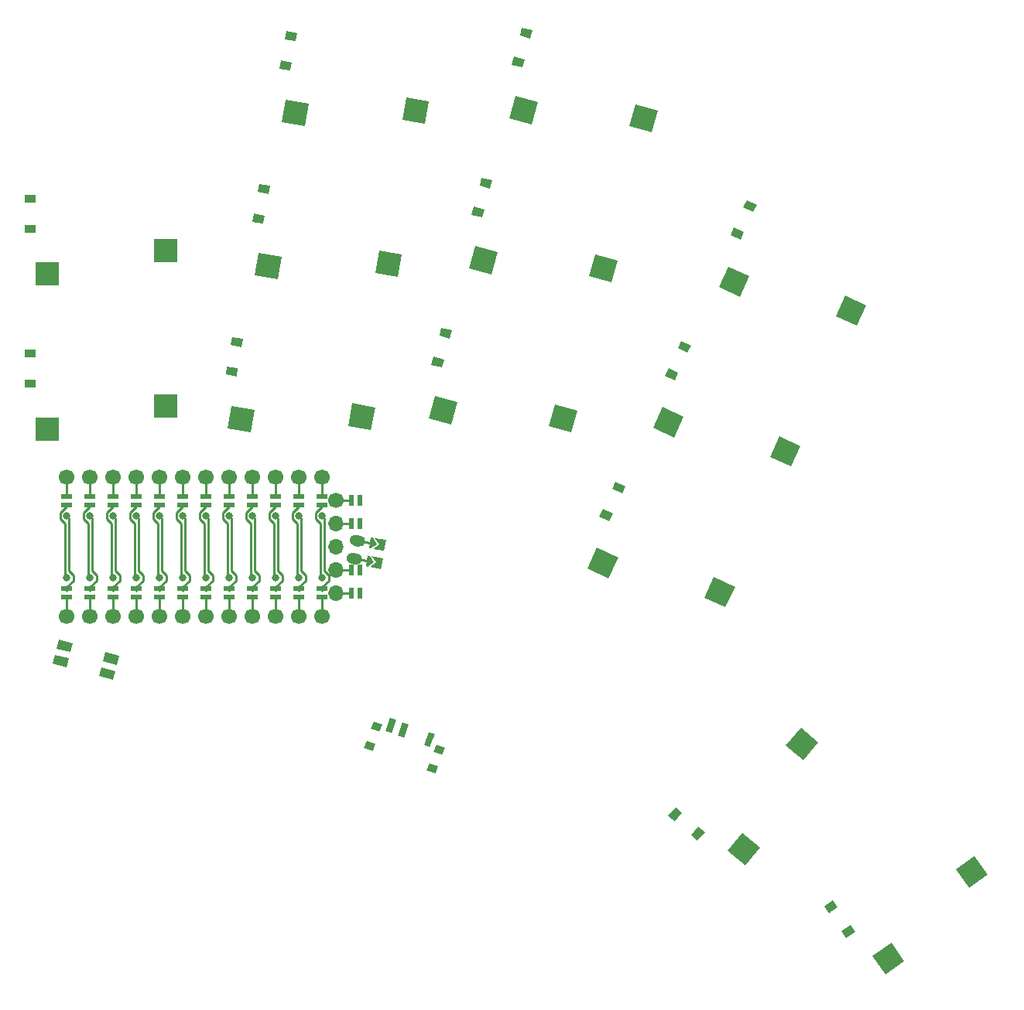
<source format=gbl>
G04 #@! TF.GenerationSoftware,KiCad,Pcbnew,8.0.8+1*
G04 #@! TF.CreationDate,2025-05-19T02:25:48+00:00*
G04 #@! TF.ProjectId,mearchlar_wireless,6d656172-6368-46c6-9172-5f776972656c,0.2*
G04 #@! TF.SameCoordinates,Original*
G04 #@! TF.FileFunction,Copper,L2,Bot*
G04 #@! TF.FilePolarity,Positive*
%FSLAX46Y46*%
G04 Gerber Fmt 4.6, Leading zero omitted, Abs format (unit mm)*
G04 Created by KiCad (PCBNEW 8.0.8+1) date 2025-05-19 02:25:48*
%MOMM*%
%LPD*%
G01*
G04 APERTURE LIST*
G04 #@! TA.AperFunction,SMDPad,CuDef*
%ADD10R,2.550000X2.500000*%
G04 #@! TD*
G04 #@! TA.AperFunction,SMDPad,CuDef*
%ADD11R,1.200000X0.900000*%
G04 #@! TD*
G04 #@! TA.AperFunction,ComponentPad*
%ADD12C,1.700000*%
G04 #@! TD*
G04 #@! TA.AperFunction,ComponentPad*
%ADD13C,0.800000*%
G04 #@! TD*
G04 #@! TA.AperFunction,SMDPad,CuDef*
%ADD14R,1.200000X0.600000*%
G04 #@! TD*
G04 #@! TA.AperFunction,SMDPad,CuDef*
%ADD15R,0.600000X1.200000*%
G04 #@! TD*
G04 #@! TA.AperFunction,ComponentPad*
%ADD16O,1.700000X1.700000*%
G04 #@! TD*
G04 #@! TA.AperFunction,Conductor*
%ADD17C,0.250000*%
G04 #@! TD*
G04 APERTURE END LIST*
D10*
X107085000Y-85540000D03*
X94158000Y-88080000D03*
X107085000Y-68540000D03*
X94158000Y-71080000D03*
G04 #@! TA.AperFunction,SMDPad,CuDef*
G36*
X130008987Y-85722101D02*
G01*
X129574867Y-88184120D01*
X127063607Y-87741317D01*
X127497727Y-85279298D01*
X130008987Y-85722101D01*
G37*
G04 #@! TD.AperFunction*
G04 #@! TA.AperFunction,SMDPad,CuDef*
G36*
X116837310Y-85978763D02*
G01*
X116403190Y-88440782D01*
X113891930Y-87997979D01*
X114326050Y-85535960D01*
X116837310Y-85978763D01*
G37*
G04 #@! TD.AperFunction*
G04 #@! TA.AperFunction,SMDPad,CuDef*
G36*
X132961006Y-68980369D02*
G01*
X132526886Y-71442388D01*
X130015626Y-70999585D01*
X130449746Y-68537566D01*
X132961006Y-68980369D01*
G37*
G04 #@! TD.AperFunction*
G04 #@! TA.AperFunction,SMDPad,CuDef*
G36*
X119789329Y-69237031D02*
G01*
X119355209Y-71699050D01*
X116843949Y-71256247D01*
X117278069Y-68794228D01*
X119789329Y-69237031D01*
G37*
G04 #@! TD.AperFunction*
G04 #@! TA.AperFunction,SMDPad,CuDef*
G36*
X135913025Y-52238637D02*
G01*
X135478905Y-54700656D01*
X132967645Y-54257853D01*
X133401765Y-51795834D01*
X135913025Y-52238637D01*
G37*
G04 #@! TD.AperFunction*
G04 #@! TA.AperFunction,SMDPad,CuDef*
G36*
X122741348Y-52495299D02*
G01*
X122307228Y-54957318D01*
X119795968Y-54514515D01*
X120230088Y-52052496D01*
X122741348Y-52495299D01*
G37*
G04 #@! TD.AperFunction*
G04 #@! TA.AperFunction,SMDPad,CuDef*
G36*
X152145038Y-86044599D02*
G01*
X151497991Y-88459414D01*
X149034880Y-87799425D01*
X149681927Y-85384610D01*
X152145038Y-86044599D01*
G37*
G04 #@! TD.AperFunction*
G04 #@! TA.AperFunction,SMDPad,CuDef*
G36*
X139001115Y-85152296D02*
G01*
X138354068Y-87567111D01*
X135890957Y-86907122D01*
X136538004Y-84492307D01*
X139001115Y-85152296D01*
G37*
G04 #@! TD.AperFunction*
G04 #@! TA.AperFunction,SMDPad,CuDef*
G36*
X156544962Y-69623860D02*
G01*
X155897915Y-72038675D01*
X153434804Y-71378686D01*
X154081851Y-68963871D01*
X156544962Y-69623860D01*
G37*
G04 #@! TD.AperFunction*
G04 #@! TA.AperFunction,SMDPad,CuDef*
G36*
X143401039Y-68731557D02*
G01*
X142753992Y-71146372D01*
X140290881Y-70486383D01*
X140937928Y-68071568D01*
X143401039Y-68731557D01*
G37*
G04 #@! TD.AperFunction*
G04 #@! TA.AperFunction,SMDPad,CuDef*
G36*
X160944886Y-53203121D02*
G01*
X160297839Y-55617936D01*
X157834728Y-54957947D01*
X158481775Y-52543132D01*
X160944886Y-53203121D01*
G37*
G04 #@! TD.AperFunction*
G04 #@! TA.AperFunction,SMDPad,CuDef*
G36*
X147800963Y-52310818D02*
G01*
X147153916Y-54725633D01*
X144690805Y-54065644D01*
X145337852Y-51650829D01*
X147800963Y-52310818D01*
G37*
G04 #@! TD.AperFunction*
G04 #@! TA.AperFunction,SMDPad,CuDef*
G36*
X169385756Y-105346626D02*
G01*
X168329211Y-107612395D01*
X166018126Y-106534718D01*
X167074671Y-104268949D01*
X169385756Y-105346626D01*
G37*
G04 #@! TD.AperFunction*
G04 #@! TA.AperFunction,SMDPad,CuDef*
G36*
X156596465Y-102185462D02*
G01*
X155539920Y-104451231D01*
X153228835Y-103373554D01*
X154285380Y-101107785D01*
X156596465Y-102185462D01*
G37*
G04 #@! TD.AperFunction*
G04 #@! TA.AperFunction,SMDPad,CuDef*
G36*
X176570266Y-89939394D02*
G01*
X175513721Y-92205163D01*
X173202636Y-91127486D01*
X174259181Y-88861717D01*
X176570266Y-89939394D01*
G37*
G04 #@! TD.AperFunction*
G04 #@! TA.AperFunction,SMDPad,CuDef*
G36*
X163780975Y-86778230D02*
G01*
X162724430Y-89043999D01*
X160413345Y-87966322D01*
X161469890Y-85700553D01*
X163780975Y-86778230D01*
G37*
G04 #@! TD.AperFunction*
G04 #@! TA.AperFunction,SMDPad,CuDef*
G36*
X183754777Y-74532161D02*
G01*
X182698232Y-76797930D01*
X180387147Y-75720253D01*
X181443692Y-73454484D01*
X183754777Y-74532161D01*
G37*
G04 #@! TD.AperFunction*
G04 #@! TA.AperFunction,SMDPad,CuDef*
G36*
X170965486Y-71370997D02*
G01*
X169908941Y-73636766D01*
X167597856Y-72559089D01*
X168654401Y-70293320D01*
X170965486Y-71370997D01*
G37*
G04 #@! TD.AperFunction*
G04 #@! TA.AperFunction,SMDPad,CuDef*
G36*
X176577278Y-120802750D02*
G01*
X178492389Y-122409719D01*
X176853280Y-124363132D01*
X174938169Y-122756163D01*
X176577278Y-120802750D01*
G37*
G04 #@! TD.AperFunction*
G04 #@! TA.AperFunction,SMDPad,CuDef*
G36*
X170213716Y-132338087D02*
G01*
X172128827Y-133945056D01*
X170489718Y-135898469D01*
X168574607Y-134291500D01*
X170213716Y-132338087D01*
G37*
G04 #@! TD.AperFunction*
G04 #@! TA.AperFunction,SMDPad,CuDef*
G36*
X195609007Y-134809896D02*
G01*
X197042948Y-136857776D01*
X194954111Y-138320396D01*
X193520170Y-136272516D01*
X195609007Y-134809896D01*
G37*
G04 #@! TD.AperFunction*
G04 #@! TA.AperFunction,SMDPad,CuDef*
G36*
X186476713Y-144305165D02*
G01*
X187910654Y-146353045D01*
X185821817Y-147815665D01*
X184387876Y-145767785D01*
X186476713Y-144305165D01*
G37*
G04 #@! TD.AperFunction*
D11*
X92250000Y-83150000D03*
X92250000Y-79850000D03*
X92250000Y-66150000D03*
X92250000Y-62850000D03*
G04 #@! TA.AperFunction,SMDPad,CuDef*
G36*
X113828950Y-81254596D02*
G01*
X115010719Y-81462973D01*
X114854436Y-82349300D01*
X113672667Y-82140923D01*
X113828950Y-81254596D01*
G37*
G04 #@! TD.AperFunction*
G04 #@! TA.AperFunction,SMDPad,CuDef*
G36*
X114401988Y-78004730D02*
G01*
X115583757Y-78213107D01*
X115427474Y-79099434D01*
X114245705Y-78891057D01*
X114401988Y-78004730D01*
G37*
G04 #@! TD.AperFunction*
G04 #@! TA.AperFunction,SMDPad,CuDef*
G36*
X116780969Y-64512864D02*
G01*
X117962738Y-64721241D01*
X117806455Y-65607568D01*
X116624686Y-65399191D01*
X116780969Y-64512864D01*
G37*
G04 #@! TD.AperFunction*
G04 #@! TA.AperFunction,SMDPad,CuDef*
G36*
X117354007Y-61262998D02*
G01*
X118535776Y-61471375D01*
X118379493Y-62357702D01*
X117197724Y-62149325D01*
X117354007Y-61262998D01*
G37*
G04 #@! TD.AperFunction*
G04 #@! TA.AperFunction,SMDPad,CuDef*
G36*
X119732988Y-47771132D02*
G01*
X120914757Y-47979509D01*
X120758474Y-48865836D01*
X119576705Y-48657459D01*
X119732988Y-47771132D01*
G37*
G04 #@! TD.AperFunction*
G04 #@! TA.AperFunction,SMDPad,CuDef*
G36*
X120306026Y-44521266D02*
G01*
X121487795Y-44729643D01*
X121331512Y-45615970D01*
X120149743Y-45407593D01*
X120306026Y-44521266D01*
G37*
G04 #@! TD.AperFunction*
G04 #@! TA.AperFunction,SMDPad,CuDef*
G36*
X136415941Y-80183911D02*
G01*
X137575052Y-80494494D01*
X137342115Y-81363827D01*
X136183004Y-81053244D01*
X136415941Y-80183911D01*
G37*
G04 #@! TD.AperFunction*
G04 #@! TA.AperFunction,SMDPad,CuDef*
G36*
X137270043Y-76996355D02*
G01*
X138429154Y-77306938D01*
X138196217Y-78176271D01*
X137037106Y-77865688D01*
X137270043Y-76996355D01*
G37*
G04 #@! TD.AperFunction*
G04 #@! TA.AperFunction,SMDPad,CuDef*
G36*
X140815865Y-63763172D02*
G01*
X141974976Y-64073755D01*
X141742039Y-64943088D01*
X140582928Y-64632505D01*
X140815865Y-63763172D01*
G37*
G04 #@! TD.AperFunction*
G04 #@! TA.AperFunction,SMDPad,CuDef*
G36*
X141669967Y-60575616D02*
G01*
X142829078Y-60886199D01*
X142596141Y-61755532D01*
X141437030Y-61444949D01*
X141669967Y-60575616D01*
G37*
G04 #@! TD.AperFunction*
G04 #@! TA.AperFunction,SMDPad,CuDef*
G36*
X145215788Y-47342433D02*
G01*
X146374899Y-47653016D01*
X146141962Y-48522349D01*
X144982851Y-48211766D01*
X145215788Y-47342433D01*
G37*
G04 #@! TD.AperFunction*
G04 #@! TA.AperFunction,SMDPad,CuDef*
G36*
X146069890Y-44154877D02*
G01*
X147229001Y-44465460D01*
X146996064Y-45334793D01*
X145836953Y-45024210D01*
X146069890Y-44154877D01*
G37*
G04 #@! TD.AperFunction*
G04 #@! TA.AperFunction,SMDPad,CuDef*
G36*
X154913317Y-96843646D02*
G01*
X156000886Y-97350787D01*
X155620529Y-98166464D01*
X154532960Y-97659323D01*
X154913317Y-96843646D01*
G37*
G04 #@! TD.AperFunction*
G04 #@! TA.AperFunction,SMDPad,CuDef*
G36*
X156307957Y-93852830D02*
G01*
X157395526Y-94359971D01*
X157015169Y-95175648D01*
X155927600Y-94668507D01*
X156307957Y-93852830D01*
G37*
G04 #@! TD.AperFunction*
G04 #@! TA.AperFunction,SMDPad,CuDef*
G36*
X162097827Y-81436414D02*
G01*
X163185396Y-81943555D01*
X162805039Y-82759232D01*
X161717470Y-82252091D01*
X162097827Y-81436414D01*
G37*
G04 #@! TD.AperFunction*
G04 #@! TA.AperFunction,SMDPad,CuDef*
G36*
X163492467Y-78445598D02*
G01*
X164580036Y-78952739D01*
X164199679Y-79768416D01*
X163112110Y-79261275D01*
X163492467Y-78445598D01*
G37*
G04 #@! TD.AperFunction*
G04 #@! TA.AperFunction,SMDPad,CuDef*
G36*
X169282338Y-66029181D02*
G01*
X170369907Y-66536322D01*
X169989550Y-67351999D01*
X168901981Y-66844858D01*
X169282338Y-66029181D01*
G37*
G04 #@! TD.AperFunction*
G04 #@! TA.AperFunction,SMDPad,CuDef*
G36*
X170676978Y-63038365D02*
G01*
X171764547Y-63545506D01*
X171384190Y-64361183D01*
X170296621Y-63854042D01*
X170676978Y-63038365D01*
G37*
G04 #@! TD.AperFunction*
G04 #@! TA.AperFunction,SMDPad,CuDef*
G36*
X164618285Y-132581320D02*
G01*
X165389631Y-131662067D01*
X166079071Y-132240576D01*
X165307725Y-133159829D01*
X164618285Y-132581320D01*
G37*
G04 #@! TD.AperFunction*
G04 #@! TA.AperFunction,SMDPad,CuDef*
G36*
X162090339Y-130460120D02*
G01*
X162861685Y-129540867D01*
X163551125Y-130119376D01*
X162779779Y-131038629D01*
X162090339Y-130460120D01*
G37*
G04 #@! TD.AperFunction*
G04 #@! TA.AperFunction,SMDPad,CuDef*
G36*
X181008990Y-143091906D02*
G01*
X181991973Y-142403615D01*
X182508192Y-143140852D01*
X181525209Y-143829143D01*
X181008990Y-143091906D01*
G37*
G04 #@! TD.AperFunction*
G04 #@! TA.AperFunction,SMDPad,CuDef*
G36*
X179116188Y-140388704D02*
G01*
X180099171Y-139700413D01*
X180615390Y-140437650D01*
X179632407Y-141125941D01*
X179116188Y-140388704D01*
G37*
G04 #@! TD.AperFunction*
D12*
X96300000Y-108620000D03*
X96300000Y-93380000D03*
D13*
X96300000Y-104400000D03*
X96300000Y-97600000D03*
D14*
X96300000Y-106480000D03*
X96300000Y-105580000D03*
X96300000Y-96420000D03*
X96300000Y-95520000D03*
D12*
X98840000Y-108620000D03*
X98840000Y-93380000D03*
D13*
X98840000Y-104400000D03*
X98840000Y-97600000D03*
D14*
X98840000Y-106480000D03*
X98840000Y-105580000D03*
X98840000Y-96420000D03*
X98840000Y-95520000D03*
D12*
X101380000Y-108620000D03*
X101380000Y-93380000D03*
D13*
X101380000Y-104400000D03*
X101380000Y-97600000D03*
D14*
X101380000Y-106480000D03*
X101380000Y-105580000D03*
X101380000Y-96420000D03*
X101380000Y-95520000D03*
D12*
X103920000Y-108620000D03*
X103920000Y-93380000D03*
D13*
X103920000Y-104400000D03*
X103920000Y-97600000D03*
D14*
X103920000Y-106480000D03*
X103920000Y-105580000D03*
X103920000Y-96420000D03*
X103920000Y-95520000D03*
D12*
X106460000Y-108620000D03*
X106460000Y-93380000D03*
D13*
X106460000Y-104400000D03*
X106460000Y-97600000D03*
D14*
X106460000Y-106480000D03*
X106460000Y-105580000D03*
X106460000Y-96420000D03*
X106460000Y-95520000D03*
D12*
X109000000Y-108620000D03*
X109000000Y-93380000D03*
D13*
X109000000Y-104400000D03*
X109000000Y-97600000D03*
D14*
X109000000Y-106480000D03*
X109000000Y-105580000D03*
X109000000Y-96420000D03*
X109000000Y-95520000D03*
D12*
X111540000Y-108620000D03*
X111540000Y-93380000D03*
D13*
X111540000Y-104400000D03*
X111540000Y-97600000D03*
D14*
X111540000Y-106480000D03*
X111540000Y-105580000D03*
X111540000Y-96420000D03*
X111540000Y-95520000D03*
D12*
X114080000Y-108620000D03*
X114080000Y-93380000D03*
D13*
X114080000Y-104400000D03*
X114080000Y-97600000D03*
D14*
X114080000Y-106480000D03*
X114080000Y-105580000D03*
X114080000Y-96420000D03*
X114080000Y-95520000D03*
D12*
X116620000Y-108620000D03*
X116620000Y-93380000D03*
D13*
X116620000Y-104400000D03*
X116620000Y-97600000D03*
D14*
X116620000Y-106480000D03*
X116620000Y-105580000D03*
X116620000Y-96420000D03*
X116620000Y-95520000D03*
D12*
X119160000Y-108620000D03*
X119160000Y-93380000D03*
D13*
X119160000Y-104400000D03*
X119160000Y-97600000D03*
D14*
X119160000Y-106480000D03*
X119160000Y-105580000D03*
X119160000Y-96420000D03*
X119160000Y-95520000D03*
D12*
X121700000Y-108620000D03*
X121700000Y-93380000D03*
D13*
X121700000Y-104400000D03*
X121700000Y-97600000D03*
D14*
X121700000Y-106480000D03*
X121700000Y-105580000D03*
X121700000Y-96420000D03*
X121700000Y-95520000D03*
D12*
X124240000Y-108620000D03*
X124240000Y-93380000D03*
D13*
X124240000Y-104400000D03*
X124240000Y-97600000D03*
D14*
X124240000Y-106480000D03*
X124240000Y-105580000D03*
X124240000Y-96420000D03*
X124240000Y-95520000D03*
D15*
X127450000Y-95920000D03*
X127450000Y-98460000D03*
X127450000Y-103540000D03*
X127450000Y-106080000D03*
X128350000Y-95920000D03*
X128350000Y-98460000D03*
X128350000Y-103540000D03*
X128350000Y-106080000D03*
D16*
X125700000Y-106080000D03*
X125700000Y-103540000D03*
X125700000Y-101000000D03*
X125700000Y-98460000D03*
D12*
X125700000Y-95920000D03*
G04 #@! TA.AperFunction,SMDPad,CuDef*
G36*
X137639722Y-122981417D02*
G01*
X137366106Y-123733171D01*
X136426414Y-123391151D01*
X136700030Y-122639397D01*
X137639722Y-122981417D01*
G37*
G04 #@! TD.AperFunction*
G04 #@! TA.AperFunction,SMDPad,CuDef*
G36*
X136883857Y-125058138D02*
G01*
X136610241Y-125809892D01*
X135670549Y-125467872D01*
X135944165Y-124716118D01*
X136883857Y-125058138D01*
G37*
G04 #@! TD.AperFunction*
G04 #@! TA.AperFunction,SMDPad,CuDef*
G36*
X130779966Y-120484670D02*
G01*
X130506350Y-121236424D01*
X129566658Y-120894404D01*
X129840274Y-120142650D01*
X130779966Y-120484670D01*
G37*
G04 #@! TD.AperFunction*
G04 #@! TA.AperFunction,SMDPad,CuDef*
G36*
X130024101Y-122561391D02*
G01*
X129750485Y-123313145D01*
X128810793Y-122971125D01*
X129084409Y-122219371D01*
X130024101Y-122561391D01*
G37*
G04 #@! TD.AperFunction*
G04 #@! TA.AperFunction,SMDPad,CuDef*
G36*
X136525219Y-121511594D02*
G01*
X136012188Y-122921133D01*
X135354403Y-122681718D01*
X135867434Y-121272179D01*
X136525219Y-121511594D01*
G37*
G04 #@! TD.AperFunction*
G04 #@! TA.AperFunction,SMDPad,CuDef*
G36*
X133706141Y-120485533D02*
G01*
X133193110Y-121895072D01*
X132535325Y-121655657D01*
X133048356Y-120246118D01*
X133706141Y-120485533D01*
G37*
G04 #@! TD.AperFunction*
G04 #@! TA.AperFunction,SMDPad,CuDef*
G36*
X132296603Y-119972503D02*
G01*
X131783572Y-121382042D01*
X131125787Y-121142627D01*
X131638818Y-119733088D01*
X132296603Y-119972503D01*
G37*
G04 #@! TD.AperFunction*
G04 #@! TA.AperFunction,SMDPad,CuDef*
G36*
X99806979Y-115140611D02*
G01*
X100065798Y-114174685D01*
X101562983Y-114575855D01*
X101304164Y-115541781D01*
X99806979Y-115140611D01*
G37*
G04 #@! TD.AperFunction*
G04 #@! TA.AperFunction,SMDPad,CuDef*
G36*
X100246971Y-113498537D02*
G01*
X100505790Y-112532611D01*
X102002975Y-112933781D01*
X101744156Y-113899707D01*
X100246971Y-113498537D01*
G37*
G04 #@! TD.AperFunction*
G04 #@! TA.AperFunction,SMDPad,CuDef*
G36*
X94735869Y-113781811D02*
G01*
X94994688Y-112815885D01*
X96491873Y-113217055D01*
X96233054Y-114182981D01*
X94735869Y-113781811D01*
G37*
G04 #@! TD.AperFunction*
G04 #@! TA.AperFunction,SMDPad,CuDef*
G36*
X95175861Y-112139737D02*
G01*
X95434680Y-111173811D01*
X96931865Y-111574981D01*
X96673046Y-112540907D01*
X95175861Y-112139737D01*
G37*
G04 #@! TD.AperFunction*
G04 #@! TA.AperFunction,ComponentPad*
G36*
G01*
X127904236Y-102928011D02*
X127362592Y-102832505D01*
G75*
G02*
X126875896Y-102137431I104189J590885D01*
G01*
X126875896Y-102137431D01*
G75*
G02*
X127570970Y-101650735I590885J-104189D01*
G01*
X128112614Y-101746241D01*
G75*
G02*
X128599310Y-102441315I-104189J-590885D01*
G01*
X128599310Y-102441315D01*
G75*
G02*
X127904236Y-102928011I-590885J104189D01*
G01*
G37*
G04 #@! TD.AperFunction*
G04 #@! TA.AperFunction,ComponentPad*
G36*
G01*
X128251532Y-100958395D02*
X127709888Y-100862889D01*
G75*
G02*
X127223192Y-100167815I104189J590885D01*
G01*
X127223192Y-100167815D01*
G75*
G02*
X127918266Y-99681119I590885J-104189D01*
G01*
X128459910Y-99776625D01*
G75*
G02*
X128946606Y-100471699I-104189J-590885D01*
G01*
X128946606Y-100471699D01*
G75*
G02*
X128251532Y-100958395I-590885J104189D01*
G01*
G37*
G04 #@! TD.AperFunction*
G04 #@! TA.AperFunction,SMDPad,CuDef*
G36*
X129209107Y-103158094D02*
G01*
X129012145Y-103123364D01*
X129220523Y-101941595D01*
X129417484Y-101976325D01*
X129904180Y-102671398D01*
X129209107Y-103158094D01*
G37*
G04 #@! TD.AperFunction*
G04 #@! TA.AperFunction,SMDPad,CuDef*
G36*
X129556403Y-101188479D02*
G01*
X129359441Y-101153749D01*
X129567819Y-99971980D01*
X129764780Y-100006710D01*
X130251476Y-100701783D01*
X129556403Y-101188479D01*
G37*
G04 #@! TD.AperFunction*
G04 #@! TA.AperFunction,SMDPad,CuDef*
G36*
X129769121Y-101225987D02*
G01*
X130464195Y-100739292D01*
X129977499Y-100044218D01*
X131208509Y-100261278D01*
X131000131Y-101443048D01*
X129769121Y-101225987D01*
G37*
G04 #@! TD.AperFunction*
G04 #@! TA.AperFunction,SMDPad,CuDef*
G36*
X129421824Y-103195602D02*
G01*
X130116898Y-102708907D01*
X129630202Y-102013833D01*
X130861212Y-102230893D01*
X130652834Y-103412663D01*
X129421824Y-103195602D01*
G37*
G04 #@! TD.AperFunction*
D17*
X96300000Y-108620000D02*
X96300000Y-106500000D01*
X96300000Y-93380000D02*
X96300000Y-95500000D01*
X96530000Y-103604695D02*
X96530000Y-97830000D01*
X96300000Y-105775000D02*
X96300000Y-105425305D01*
X97025000Y-104700305D02*
X97025000Y-104099695D01*
X96300000Y-105425305D02*
X97025000Y-104700305D01*
X97025000Y-104099695D02*
X96530000Y-103604695D01*
X96300000Y-96225000D02*
X96300000Y-96574695D01*
X96080000Y-98405305D02*
X96080000Y-104180000D01*
X96300000Y-96574695D02*
X95575000Y-97299695D01*
X95575000Y-97299695D02*
X95575000Y-97900305D01*
X95575000Y-97900305D02*
X96080000Y-98405305D01*
X98840000Y-108620000D02*
X98840000Y-106500000D01*
X98840000Y-93380000D02*
X98840000Y-95500000D01*
X99070000Y-103604695D02*
X99070000Y-97830000D01*
X98840000Y-105775000D02*
X98840000Y-105425305D01*
X99565000Y-104700305D02*
X99565000Y-104099695D01*
X98840000Y-105425305D02*
X99565000Y-104700305D01*
X99565000Y-104099695D02*
X99070000Y-103604695D01*
X98840000Y-96225000D02*
X98840000Y-96574695D01*
X98620000Y-98405305D02*
X98620000Y-104180000D01*
X98840000Y-96574695D02*
X98115000Y-97299695D01*
X98115000Y-97299695D02*
X98115000Y-97900305D01*
X98115000Y-97900305D02*
X98620000Y-98405305D01*
X101380000Y-108620000D02*
X101380000Y-106500000D01*
X101380000Y-93380000D02*
X101380000Y-95500000D01*
X101610000Y-103604695D02*
X101610000Y-97830000D01*
X101380000Y-105775000D02*
X101380000Y-105425305D01*
X102105000Y-104700305D02*
X102105000Y-104099695D01*
X101380000Y-105425305D02*
X102105000Y-104700305D01*
X102105000Y-104099695D02*
X101610000Y-103604695D01*
X101380000Y-96225000D02*
X101380000Y-96574695D01*
X101160000Y-98405305D02*
X101160000Y-104180000D01*
X101380000Y-96574695D02*
X100655000Y-97299695D01*
X100655000Y-97299695D02*
X100655000Y-97900305D01*
X100655000Y-97900305D02*
X101160000Y-98405305D01*
X103920000Y-108620000D02*
X103920000Y-106500000D01*
X103920000Y-93380000D02*
X103920000Y-95500000D01*
X104150000Y-103604695D02*
X104150000Y-97830000D01*
X103920000Y-105775000D02*
X103920000Y-105425305D01*
X104645000Y-104700305D02*
X104645000Y-104099695D01*
X103920000Y-105425305D02*
X104645000Y-104700305D01*
X104645000Y-104099695D02*
X104150000Y-103604695D01*
X103920000Y-96225000D02*
X103920000Y-96574695D01*
X103700000Y-98405305D02*
X103700000Y-104180000D01*
X103920000Y-96574695D02*
X103195000Y-97299695D01*
X103195000Y-97299695D02*
X103195000Y-97900305D01*
X103195000Y-97900305D02*
X103700000Y-98405305D01*
X106460000Y-108620000D02*
X106460000Y-106500000D01*
X106460000Y-93380000D02*
X106460000Y-95500000D01*
X106690000Y-103604695D02*
X106690000Y-97830000D01*
X106460000Y-105775000D02*
X106460000Y-105425305D01*
X107185000Y-104700305D02*
X107185000Y-104099695D01*
X106460000Y-105425305D02*
X107185000Y-104700305D01*
X107185000Y-104099695D02*
X106690000Y-103604695D01*
X106460000Y-96225000D02*
X106460000Y-96574695D01*
X106240000Y-98405305D02*
X106240000Y-104180000D01*
X106460000Y-96574695D02*
X105735000Y-97299695D01*
X105735000Y-97299695D02*
X105735000Y-97900305D01*
X105735000Y-97900305D02*
X106240000Y-98405305D01*
X109000000Y-108620000D02*
X109000000Y-106500000D01*
X109000000Y-93380000D02*
X109000000Y-95500000D01*
X109230000Y-103604695D02*
X109230000Y-97830000D01*
X109000000Y-105775000D02*
X109000000Y-105425305D01*
X109725000Y-104700305D02*
X109725000Y-104099695D01*
X109000000Y-105425305D02*
X109725000Y-104700305D01*
X109725000Y-104099695D02*
X109230000Y-103604695D01*
X109000000Y-96225000D02*
X109000000Y-96574695D01*
X108780000Y-98405305D02*
X108780000Y-104180000D01*
X109000000Y-96574695D02*
X108275000Y-97299695D01*
X108275000Y-97299695D02*
X108275000Y-97900305D01*
X108275000Y-97900305D02*
X108780000Y-98405305D01*
X111540000Y-108620000D02*
X111540000Y-106500000D01*
X111540000Y-93380000D02*
X111540000Y-95500000D01*
X111770000Y-103604695D02*
X111770000Y-97830000D01*
X111540000Y-105775000D02*
X111540000Y-105425305D01*
X112265000Y-104700305D02*
X112265000Y-104099695D01*
X111540000Y-105425305D02*
X112265000Y-104700305D01*
X112265000Y-104099695D02*
X111770000Y-103604695D01*
X111540000Y-96225000D02*
X111540000Y-96574695D01*
X111320000Y-98405305D02*
X111320000Y-104180000D01*
X111540000Y-96574695D02*
X110815000Y-97299695D01*
X110815000Y-97299695D02*
X110815000Y-97900305D01*
X110815000Y-97900305D02*
X111320000Y-98405305D01*
X114080000Y-108620000D02*
X114080000Y-106500000D01*
X114080000Y-93380000D02*
X114080000Y-95500000D01*
X114310000Y-103604695D02*
X114310000Y-97830000D01*
X114080000Y-105775000D02*
X114080000Y-105425305D01*
X114805000Y-104700305D02*
X114805000Y-104099695D01*
X114080000Y-105425305D02*
X114805000Y-104700305D01*
X114805000Y-104099695D02*
X114310000Y-103604695D01*
X114080000Y-96225000D02*
X114080000Y-96574695D01*
X113860000Y-98405305D02*
X113860000Y-104180000D01*
X114080000Y-96574695D02*
X113355000Y-97299695D01*
X113355000Y-97299695D02*
X113355000Y-97900305D01*
X113355000Y-97900305D02*
X113860000Y-98405305D01*
X116620000Y-108620000D02*
X116620000Y-106500000D01*
X116620000Y-93380000D02*
X116620000Y-95500000D01*
X116850000Y-103604695D02*
X116850000Y-97830000D01*
X116620000Y-105775000D02*
X116620000Y-105425305D01*
X117345000Y-104700305D02*
X117345000Y-104099695D01*
X116620000Y-105425305D02*
X117345000Y-104700305D01*
X117345000Y-104099695D02*
X116850000Y-103604695D01*
X116620000Y-96225000D02*
X116620000Y-96574695D01*
X116400000Y-98405305D02*
X116400000Y-104180000D01*
X116620000Y-96574695D02*
X115895000Y-97299695D01*
X115895000Y-97299695D02*
X115895000Y-97900305D01*
X115895000Y-97900305D02*
X116400000Y-98405305D01*
X119160000Y-108620000D02*
X119160000Y-106500000D01*
X119160000Y-93380000D02*
X119160000Y-95500000D01*
X119390000Y-103604695D02*
X119390000Y-97830000D01*
X119160000Y-105775000D02*
X119160000Y-105425305D01*
X119885000Y-104700305D02*
X119885000Y-104099695D01*
X119160000Y-105425305D02*
X119885000Y-104700305D01*
X119885000Y-104099695D02*
X119390000Y-103604695D01*
X119160000Y-96225000D02*
X119160000Y-96574695D01*
X118940000Y-98405305D02*
X118940000Y-104180000D01*
X119160000Y-96574695D02*
X118435000Y-97299695D01*
X118435000Y-97299695D02*
X118435000Y-97900305D01*
X118435000Y-97900305D02*
X118940000Y-98405305D01*
X121700000Y-108620000D02*
X121700000Y-106500000D01*
X121700000Y-93380000D02*
X121700000Y-95500000D01*
X121930000Y-103604695D02*
X121930000Y-97830000D01*
X121700000Y-105775000D02*
X121700000Y-105425305D01*
X122425000Y-104700305D02*
X122425000Y-104099695D01*
X121700000Y-105425305D02*
X122425000Y-104700305D01*
X122425000Y-104099695D02*
X121930000Y-103604695D01*
X121700000Y-96225000D02*
X121700000Y-96574695D01*
X121480000Y-98405305D02*
X121480000Y-104180000D01*
X121700000Y-96574695D02*
X120975000Y-97299695D01*
X120975000Y-97299695D02*
X120975000Y-97900305D01*
X120975000Y-97900305D02*
X121480000Y-98405305D01*
X124240000Y-108620000D02*
X124240000Y-106500000D01*
X124240000Y-93380000D02*
X124240000Y-95500000D01*
X124470000Y-103604695D02*
X124470000Y-97830000D01*
X124240000Y-105775000D02*
X124240000Y-105425305D01*
X124965000Y-104700305D02*
X124965000Y-104099695D01*
X124240000Y-105425305D02*
X124965000Y-104700305D01*
X124965000Y-104099695D02*
X124470000Y-103604695D01*
X124240000Y-96225000D02*
X124240000Y-96574695D01*
X124020000Y-98405305D02*
X124020000Y-104180000D01*
X124240000Y-96574695D02*
X123515000Y-97299695D01*
X123515000Y-97299695D02*
X123515000Y-97900305D01*
X123515000Y-97900305D02*
X124020000Y-98405305D01*
X125700000Y-106080000D02*
X127450000Y-106080000D01*
X125700000Y-103540000D02*
X127450000Y-103540000D01*
X125700000Y-98460000D02*
X127450000Y-98460000D01*
X125700000Y-95920000D02*
X127450000Y-95920000D01*
X129510257Y-102601940D02*
X127737603Y-102289373D01*
X129857553Y-100632324D02*
X128084899Y-100319758D01*
M02*

</source>
